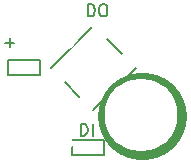
<source format=gto>
%TF.GenerationSoftware,KiCad,Pcbnew,5.0.0-fee4fd1~66~ubuntu16.04.1*%
%TF.CreationDate,2018-09-24T22:02:00-07:00*%
%TF.ProjectId,2x2-LED-RGB-NeoPixel-SMT,3278322D4C45442D5247422D4E656F50,v1.1*%
%TF.SameCoordinates,Original*%
%TF.FileFunction,Legend,Top*%
%TF.FilePolarity,Positive*%
%FSLAX46Y46*%
G04 Gerber Fmt 4.6, Leading zero omitted, Abs format (unit mm)*
G04 Created by KiCad (PCBNEW 5.0.0-fee4fd1~66~ubuntu16.04.1) date Mon Sep 24 22:02:00 2018*
%MOMM*%
%LPD*%
G01*
G04 APERTURE LIST*
%ADD10C,0.150000*%
%ADD11C,0.152400*%
%ADD12C,7.400000*%
%ADD13C,0.800000*%
%ADD14R,0.952400X0.902400*%
%ADD15C,1.041400*%
%ADD16C,0.350000*%
%ADD17C,6.152400*%
G04 APERTURE END LIST*
D10*
X11740500Y-54175000D02*
X14471000Y-54175000D01*
D11*
X11740500Y-55445000D02*
X11740500Y-54175000D01*
X14471000Y-55445000D02*
X14471000Y-54175000D01*
D10*
X14471000Y-55445000D02*
X11740500Y-55445000D01*
D12*
X17548954Y-52125584D02*
X17773954Y-52150584D01*
D11*
X12356521Y-50475253D02*
X11099285Y-49218017D01*
X17116056Y-48050584D02*
X13523954Y-51642686D01*
X9931852Y-48050584D02*
X13434151Y-44548284D01*
X15948623Y-46883151D02*
X14691387Y-45625915D01*
D10*
X6315454Y-47415584D02*
X9045954Y-47415584D01*
X9045954Y-48685584D02*
X6315454Y-48685584D01*
D11*
X6315454Y-48685584D02*
X6315454Y-47415584D01*
X9045954Y-48685584D02*
X9045954Y-47415584D01*
D10*
X6093001Y-45897012D02*
X6854906Y-45897012D01*
X6473954Y-46277964D02*
X6473954Y-45516060D01*
X13088239Y-43677964D02*
X13088239Y-42677964D01*
X13326334Y-42677964D01*
X13469192Y-42725584D01*
X13564430Y-42820822D01*
X13612049Y-42916060D01*
X13659668Y-43106536D01*
X13659668Y-43249393D01*
X13612049Y-43439869D01*
X13564430Y-43535107D01*
X13469192Y-43630345D01*
X13326334Y-43677964D01*
X13088239Y-43677964D01*
X14278715Y-42677964D02*
X14469192Y-42677964D01*
X14564430Y-42725584D01*
X14659668Y-42820822D01*
X14707287Y-43011298D01*
X14707287Y-43344631D01*
X14659668Y-43535107D01*
X14564430Y-43630345D01*
X14469192Y-43677964D01*
X14278715Y-43677964D01*
X14183477Y-43630345D01*
X14088239Y-43535107D01*
X14040620Y-43344631D01*
X14040620Y-43011298D01*
X14088239Y-42820822D01*
X14183477Y-42725584D01*
X14278715Y-42677964D01*
X12473954Y-53777964D02*
X12473954Y-52777964D01*
X12712049Y-52777964D01*
X12854906Y-52825584D01*
X12950144Y-52920822D01*
X12997763Y-53016060D01*
X13045382Y-53206536D01*
X13045382Y-53349393D01*
X12997763Y-53539869D01*
X12950144Y-53635107D01*
X12854906Y-53730345D01*
X12712049Y-53777964D01*
X12473954Y-53777964D01*
X13473954Y-53777964D02*
X13473954Y-52777964D01*
%LPC*%
D13*
X19096557Y-46665811D02*
G75*
G03X15673954Y-41625584I-1497603J2665227D01*
G01*
X8051351Y-49385357D02*
G75*
G03X11473954Y-54425584I1497603J-2665227D01*
G01*
D14*
X12324000Y-54810000D03*
X13824000Y-54810000D03*
D15*
X14080730Y-45158942D03*
D16*
G36*
X14296256Y-44207035D02*
X15032637Y-44943416D01*
X13865204Y-46110849D01*
X13128823Y-45374468D01*
X14296256Y-44207035D01*
X14296256Y-44207035D01*
G37*
D15*
X16415596Y-47493808D03*
D16*
G36*
X16631122Y-46541901D02*
X17367503Y-47278282D01*
X16200070Y-48445715D01*
X15463689Y-47709334D01*
X16631122Y-46541901D01*
X16631122Y-46541901D01*
G37*
D15*
X13073954Y-50925584D03*
D16*
G36*
X13289480Y-49973677D02*
X14025861Y-50710058D01*
X12858428Y-51877491D01*
X12122047Y-51141110D01*
X13289480Y-49973677D01*
X13289480Y-49973677D01*
G37*
D15*
X10673954Y-48525584D03*
D16*
G36*
X10889480Y-47573677D02*
X11625861Y-48310058D01*
X10458428Y-49477491D01*
X9722047Y-48741110D01*
X10889480Y-47573677D01*
X10889480Y-47573677D01*
G37*
D14*
X6898954Y-48050584D03*
X8398954Y-48050584D03*
D17*
X17573954Y-52025584D03*
X9573954Y-44025584D03*
M02*

</source>
